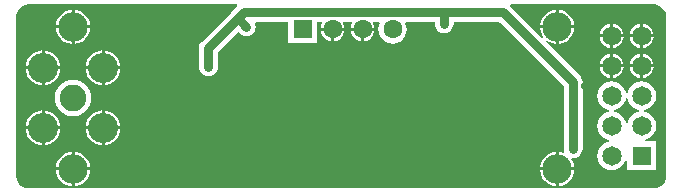
<source format=gbl>
G04*
G04 #@! TF.GenerationSoftware,Altium Limited,Altium Designer,20.0.13 (296)*
G04*
G04 Layer_Physical_Order=2*
G04 Layer_Color=16711680*
%FSLAX25Y25*%
%MOIN*%
G70*
G01*
G75*
%ADD49C,0.09843*%
%ADD50C,0.06496*%
%ADD51R,0.06496X0.06496*%
%ADD52C,0.06299*%
%ADD53R,0.06299X0.06299*%
%ADD54C,0.08858*%
%ADD55C,0.10039*%
%ADD56C,0.02756*%
%ADD57C,0.03150*%
G36*
X478468Y400020D02*
X479232Y399704D01*
X479920Y399244D01*
X480504Y398660D01*
X480964Y397972D01*
X481280Y397208D01*
X481441Y396398D01*
Y395984D01*
Y343071D01*
Y342657D01*
X481280Y341847D01*
X480964Y341083D01*
X480504Y340395D01*
X479920Y339811D01*
X479232Y339351D01*
X478468Y339035D01*
X477657Y338874D01*
X268642D01*
X267831Y339035D01*
X267067Y339351D01*
X266380Y339811D01*
X265795Y340395D01*
X265336Y341083D01*
X265019Y341846D01*
X264858Y342657D01*
Y343071D01*
Y395984D01*
Y396398D01*
X265019Y397208D01*
X265336Y397972D01*
X265795Y398660D01*
X266380Y399244D01*
X267067Y399704D01*
X267831Y400020D01*
X268642Y400181D01*
X338289D01*
X338496Y399681D01*
X336277Y397463D01*
X326651Y387837D01*
X326147Y387179D01*
X325829Y386413D01*
X325721Y385591D01*
Y379488D01*
X325829Y378666D01*
X326147Y377900D01*
X326651Y377242D01*
X327309Y376737D01*
X328075Y376420D01*
X328898Y376311D01*
X329720Y376420D01*
X330486Y376737D01*
X331144Y377242D01*
X331649Y377900D01*
X331966Y378666D01*
X332074Y379488D01*
Y384275D01*
X338799Y391000D01*
X339289Y390510D01*
X339947Y390005D01*
X340713Y389687D01*
X341535Y389579D01*
X342358Y389687D01*
X343124Y390005D01*
X343782Y390510D01*
X344287Y391167D01*
X344604Y391934D01*
X344712Y392756D01*
X344604Y393578D01*
X344462Y393922D01*
X344796Y394422D01*
X355591D01*
Y387205D01*
X365039D01*
Y394422D01*
X366700D01*
X366921Y393973D01*
X366876Y393915D01*
X366479Y392957D01*
X366410Y392429D01*
X374220D01*
X374151Y392957D01*
X373754Y393915D01*
X373709Y393973D01*
X373930Y394422D01*
X376700D01*
X376921Y393973D01*
X376876Y393915D01*
X376479Y392957D01*
X376410Y392429D01*
X384220D01*
X384151Y392957D01*
X383754Y393915D01*
X383709Y393973D01*
X383930Y394422D01*
X385693D01*
X386027Y393922D01*
X385712Y393162D01*
X385550Y391929D01*
X385712Y390696D01*
X386188Y389546D01*
X386946Y388560D01*
X387932Y387802D01*
X389082Y387326D01*
X390315Y387164D01*
X391548Y387326D01*
X392698Y387802D01*
X393684Y388560D01*
X394442Y389546D01*
X394918Y390696D01*
X395080Y391929D01*
X394918Y393162D01*
X394603Y393922D01*
X394937Y394422D01*
X404343D01*
Y393779D01*
X404451Y392957D01*
X404769Y392191D01*
X405273Y391533D01*
X405931Y391028D01*
X406698Y390711D01*
X407520Y390603D01*
X408342Y390711D01*
X409108Y391028D01*
X409766Y391533D01*
X410271Y392191D01*
X410588Y392957D01*
X410697Y393779D01*
Y394422D01*
X425849D01*
X447296Y372975D01*
Y352165D01*
X447404Y351343D01*
X447495Y351122D01*
X447113Y350740D01*
X446687Y350916D01*
X445697Y351046D01*
Y345854D01*
X450889D01*
X450759Y346845D01*
X450183Y348233D01*
X449937Y348555D01*
X450207Y349024D01*
X450472Y348989D01*
X451295Y349097D01*
X452061Y349414D01*
X452719Y349919D01*
X453224Y350577D01*
X453541Y351343D01*
X453649Y352165D01*
Y374291D01*
X453541Y375114D01*
X453224Y375880D01*
X452719Y376538D01*
X441456Y387801D01*
X441786Y388178D01*
X442318Y387769D01*
X443707Y387194D01*
X444697Y387064D01*
Y392256D01*
X439505D01*
X439635Y391266D01*
X440210Y389877D01*
X440619Y389345D01*
X440242Y389015D01*
X429575Y399681D01*
X429782Y400181D01*
X477658D01*
X478468Y400020D01*
D02*
G37*
%LPC*%
G36*
X445697Y398448D02*
Y393256D01*
X450889D01*
X450759Y394246D01*
X450183Y395635D01*
X449268Y396827D01*
X448076Y397742D01*
X446687Y398318D01*
X445697Y398448D01*
D02*
G37*
G36*
X444697D02*
X443707Y398318D01*
X442318Y397742D01*
X441125Y396827D01*
X440210Y395635D01*
X439635Y394246D01*
X439505Y393256D01*
X444697D01*
Y398448D01*
D02*
G37*
G36*
X284279D02*
Y393256D01*
X289472D01*
X289341Y394246D01*
X288766Y395635D01*
X287851Y396827D01*
X286659Y397742D01*
X285270Y398318D01*
X284279Y398448D01*
D02*
G37*
G36*
X283279D02*
X282289Y398318D01*
X280901Y397742D01*
X279708Y396827D01*
X278793Y395635D01*
X278218Y394246D01*
X278087Y393256D01*
X283279D01*
Y398448D01*
D02*
G37*
G36*
X473807Y393729D02*
Y390224D01*
X477312D01*
X477239Y390778D01*
X476832Y391759D01*
X476185Y392602D01*
X475342Y393249D01*
X474361Y393656D01*
X473807Y393729D01*
D02*
G37*
G36*
X463807D02*
Y390224D01*
X467311D01*
X467239Y390778D01*
X466832Y391759D01*
X466185Y392602D01*
X465342Y393249D01*
X464361Y393656D01*
X463807Y393729D01*
D02*
G37*
G36*
X472807Y393729D02*
X472254Y393656D01*
X471272Y393249D01*
X470429Y392602D01*
X469782Y391759D01*
X469376Y390778D01*
X469303Y390224D01*
X472807D01*
Y393729D01*
D02*
G37*
G36*
X462807D02*
X462254Y393656D01*
X461272Y393249D01*
X460429Y392602D01*
X459782Y391759D01*
X459375Y390778D01*
X459303Y390224D01*
X462807D01*
Y393729D01*
D02*
G37*
G36*
X384220Y391429D02*
X380815D01*
Y388024D01*
X381343Y388093D01*
X382300Y388490D01*
X383123Y389121D01*
X383754Y389944D01*
X384151Y390901D01*
X384220Y391429D01*
D02*
G37*
G36*
X379815D02*
X376410D01*
X376479Y390901D01*
X376876Y389944D01*
X377507Y389121D01*
X378329Y388490D01*
X379287Y388093D01*
X379815Y388024D01*
Y391429D01*
D02*
G37*
G36*
X374220D02*
X370815D01*
Y388024D01*
X371343Y388093D01*
X372300Y388490D01*
X373123Y389121D01*
X373754Y389944D01*
X374151Y390901D01*
X374220Y391429D01*
D02*
G37*
G36*
X369815D02*
X366410D01*
X366479Y390901D01*
X366876Y389944D01*
X367507Y389121D01*
X368330Y388490D01*
X369287Y388093D01*
X369815Y388024D01*
Y391429D01*
D02*
G37*
G36*
X450889Y392256D02*
X445697D01*
Y387064D01*
X446687Y387194D01*
X448076Y387769D01*
X449268Y388685D01*
X450183Y389877D01*
X450759Y391266D01*
X450889Y392256D01*
D02*
G37*
G36*
X289472D02*
X284279D01*
Y387064D01*
X285270Y387194D01*
X286659Y387769D01*
X287851Y388685D01*
X288766Y389877D01*
X289341Y391266D01*
X289472Y392256D01*
D02*
G37*
G36*
X283279D02*
X278087D01*
X278218Y391266D01*
X278793Y389877D01*
X279708Y388685D01*
X280901Y387769D01*
X282289Y387194D01*
X283279Y387064D01*
Y392256D01*
D02*
G37*
G36*
X472807Y389224D02*
X469303D01*
X469376Y388671D01*
X469782Y387689D01*
X470429Y386846D01*
X471272Y386199D01*
X472254Y385793D01*
X472807Y385720D01*
Y389224D01*
D02*
G37*
G36*
X462807D02*
X459303D01*
X459375Y388671D01*
X459782Y387689D01*
X460429Y386846D01*
X461272Y386199D01*
X462254Y385793D01*
X462807Y385720D01*
Y389224D01*
D02*
G37*
G36*
X477312D02*
X473807D01*
Y385720D01*
X474361Y385793D01*
X475342Y386199D01*
X476185Y386846D01*
X476832Y387689D01*
X477239Y388671D01*
X477312Y389224D01*
D02*
G37*
G36*
X467311D02*
X463807D01*
Y385720D01*
X464361Y385793D01*
X465342Y386199D01*
X466185Y386846D01*
X466832Y387689D01*
X467239Y388671D01*
X467311Y389224D01*
D02*
G37*
G36*
X473807Y383729D02*
Y380224D01*
X477312D01*
X477239Y380778D01*
X476832Y381760D01*
X476185Y382603D01*
X475342Y383249D01*
X474361Y383656D01*
X473807Y383729D01*
D02*
G37*
G36*
X463807D02*
Y380224D01*
X467311D01*
X467239Y380778D01*
X466832Y381760D01*
X466185Y382603D01*
X465342Y383249D01*
X464361Y383656D01*
X463807Y383729D01*
D02*
G37*
G36*
X472807Y383729D02*
X472254Y383656D01*
X471272Y383249D01*
X470429Y382603D01*
X469782Y381760D01*
X469376Y380778D01*
X469303Y380224D01*
X472807D01*
Y383729D01*
D02*
G37*
G36*
X462807D02*
X462254Y383656D01*
X461272Y383249D01*
X460429Y382603D01*
X459782Y381760D01*
X459375Y380778D01*
X459303Y380224D01*
X462807D01*
Y383729D01*
D02*
G37*
G36*
X274279Y384841D02*
Y379555D01*
X279566D01*
X279503Y380193D01*
X279170Y381288D01*
X278631Y382297D01*
X277906Y383181D01*
X277021Y383907D01*
X276013Y384446D01*
X274918Y384778D01*
X274279Y384841D01*
D02*
G37*
G36*
X294280D02*
Y379555D01*
X299566D01*
X299503Y380193D01*
X299170Y381288D01*
X298631Y382297D01*
X297906Y383181D01*
X297021Y383907D01*
X296013Y384446D01*
X294918Y384778D01*
X294280Y384841D01*
D02*
G37*
G36*
X273280Y384841D02*
X272641Y384778D01*
X271547Y384446D01*
X270538Y383907D01*
X269653Y383181D01*
X268928Y382297D01*
X268389Y381288D01*
X268057Y380193D01*
X267994Y379555D01*
X273280D01*
Y384841D01*
D02*
G37*
G36*
X293280D02*
X292641Y384778D01*
X291547Y384446D01*
X290538Y383907D01*
X289653Y383181D01*
X288928Y382297D01*
X288388Y381288D01*
X288056Y380193D01*
X287994Y379555D01*
X293280D01*
Y384841D01*
D02*
G37*
G36*
X472807Y379224D02*
X469303D01*
X469376Y378671D01*
X469782Y377689D01*
X470429Y376846D01*
X471272Y376200D01*
X472254Y375793D01*
X472807Y375720D01*
Y379224D01*
D02*
G37*
G36*
X462807D02*
X459303D01*
X459375Y378671D01*
X459782Y377689D01*
X460429Y376846D01*
X461272Y376200D01*
X462254Y375793D01*
X462807Y375720D01*
Y379224D01*
D02*
G37*
G36*
X477312D02*
X473807D01*
Y375720D01*
X474361Y375793D01*
X475342Y376200D01*
X476185Y376846D01*
X476832Y377689D01*
X477239Y378671D01*
X477312Y379224D01*
D02*
G37*
G36*
X467311D02*
X463807D01*
Y375720D01*
X464361Y375793D01*
X465342Y376200D01*
X466185Y376846D01*
X466832Y377689D01*
X467239Y378671D01*
X467311Y379224D01*
D02*
G37*
G36*
X293280Y378555D02*
X287994D01*
X288056Y377917D01*
X288388Y376822D01*
X288928Y375813D01*
X289653Y374929D01*
X290538Y374203D01*
X291547Y373664D01*
X292641Y373332D01*
X293280Y373269D01*
Y378555D01*
D02*
G37*
G36*
X273280D02*
X267994D01*
X268057Y377917D01*
X268389Y376822D01*
X268928Y375813D01*
X269653Y374929D01*
X270538Y374203D01*
X271547Y373664D01*
X272641Y373332D01*
X273280Y373269D01*
Y378555D01*
D02*
G37*
G36*
X299566D02*
X294280D01*
Y373269D01*
X294918Y373332D01*
X296013Y373664D01*
X297021Y374203D01*
X297906Y374929D01*
X298631Y375813D01*
X299170Y376822D01*
X299503Y377917D01*
X299566Y378555D01*
D02*
G37*
G36*
X279566D02*
X274279D01*
Y373269D01*
X274918Y373332D01*
X276013Y373664D01*
X277021Y374203D01*
X277906Y374929D01*
X278631Y375813D01*
X279170Y376822D01*
X279503Y377917D01*
X279566Y378555D01*
D02*
G37*
G36*
X473307Y374589D02*
X472048Y374423D01*
X470875Y373937D01*
X469867Y373164D01*
X469094Y372157D01*
X468608Y370983D01*
X468559Y370610D01*
X468055D01*
X468006Y370983D01*
X467520Y372157D01*
X466747Y373164D01*
X465739Y373937D01*
X464566Y374423D01*
X463307Y374589D01*
X462048Y374423D01*
X460875Y373937D01*
X459867Y373164D01*
X459094Y372157D01*
X458608Y370983D01*
X458443Y369724D01*
X458608Y368465D01*
X459094Y367292D01*
X459867Y366285D01*
X460875Y365512D01*
X462048Y365026D01*
X462421Y364977D01*
Y364472D01*
X462048Y364423D01*
X460875Y363937D01*
X459867Y363164D01*
X459094Y362157D01*
X458608Y360983D01*
X458443Y359724D01*
X458608Y358465D01*
X459094Y357292D01*
X459867Y356285D01*
X460875Y355512D01*
X462048Y355026D01*
X462421Y354977D01*
Y354472D01*
X462048Y354423D01*
X460875Y353937D01*
X459867Y353164D01*
X459094Y352157D01*
X458608Y350983D01*
X458443Y349724D01*
X458608Y348465D01*
X459094Y347292D01*
X459867Y346285D01*
X460875Y345512D01*
X462048Y345026D01*
X463307Y344860D01*
X464566Y345026D01*
X465739Y345512D01*
X466747Y346285D01*
X467520Y347292D01*
X468006Y348465D01*
X468484Y348370D01*
Y344902D01*
X478130D01*
Y354547D01*
X474661D01*
X474566Y355026D01*
X475739Y355512D01*
X476747Y356285D01*
X477520Y357292D01*
X478006Y358465D01*
X478171Y359724D01*
X478006Y360983D01*
X477520Y362157D01*
X476747Y363164D01*
X475739Y363937D01*
X474566Y364423D01*
X474193Y364472D01*
Y364977D01*
X474566Y365026D01*
X475739Y365512D01*
X476747Y366285D01*
X477520Y367292D01*
X478006Y368465D01*
X478171Y369724D01*
X478006Y370983D01*
X477520Y372157D01*
X476747Y373164D01*
X475739Y373937D01*
X474566Y374423D01*
X473307Y374589D01*
D02*
G37*
G36*
X283780Y375088D02*
X282603Y374972D01*
X281471Y374629D01*
X280428Y374071D01*
X279514Y373321D01*
X278763Y372407D01*
X278206Y371364D01*
X277863Y370232D01*
X277747Y369055D01*
X277863Y367878D01*
X278206Y366746D01*
X278763Y365703D01*
X279514Y364789D01*
X280428Y364039D01*
X281471Y363481D01*
X282603Y363138D01*
X283780Y363022D01*
X284957Y363138D01*
X286088Y363481D01*
X287131Y364039D01*
X288046Y364789D01*
X288796Y365703D01*
X289353Y366746D01*
X289697Y367878D01*
X289812Y369055D01*
X289697Y370232D01*
X289353Y371364D01*
X288796Y372407D01*
X288046Y373321D01*
X287131Y374071D01*
X286088Y374629D01*
X284957Y374972D01*
X283780Y375088D01*
D02*
G37*
G36*
X274279Y364841D02*
Y359555D01*
X279566D01*
X279503Y360193D01*
X279170Y361288D01*
X278631Y362297D01*
X277906Y363181D01*
X277021Y363907D01*
X276013Y364446D01*
X274918Y364778D01*
X274279Y364841D01*
D02*
G37*
G36*
X294280D02*
Y359555D01*
X299566D01*
X299503Y360193D01*
X299170Y361288D01*
X298631Y362297D01*
X297906Y363181D01*
X297021Y363907D01*
X296013Y364446D01*
X294918Y364778D01*
X294280Y364841D01*
D02*
G37*
G36*
X273280Y364841D02*
X272641Y364778D01*
X271547Y364446D01*
X270538Y363907D01*
X269653Y363181D01*
X268928Y362297D01*
X268389Y361288D01*
X268057Y360193D01*
X267994Y359555D01*
X273280D01*
Y364841D01*
D02*
G37*
G36*
X293280D02*
X292641Y364778D01*
X291547Y364446D01*
X290538Y363907D01*
X289653Y363181D01*
X288928Y362297D01*
X288388Y361288D01*
X288056Y360193D01*
X287994Y359555D01*
X293280D01*
Y364841D01*
D02*
G37*
G36*
Y358555D02*
X287994D01*
X288056Y357917D01*
X288388Y356822D01*
X288928Y355813D01*
X289653Y354929D01*
X290538Y354203D01*
X291547Y353664D01*
X292641Y353332D01*
X293280Y353269D01*
Y358555D01*
D02*
G37*
G36*
X273280D02*
X267994D01*
X268057Y357917D01*
X268389Y356822D01*
X268928Y355813D01*
X269653Y354929D01*
X270538Y354203D01*
X271547Y353664D01*
X272641Y353332D01*
X273280Y353269D01*
Y358555D01*
D02*
G37*
G36*
X299566D02*
X294280D01*
Y353269D01*
X294918Y353332D01*
X296013Y353664D01*
X297021Y354203D01*
X297906Y354929D01*
X298631Y355813D01*
X299170Y356822D01*
X299503Y357917D01*
X299566Y358555D01*
D02*
G37*
G36*
X279566D02*
X274279D01*
Y353269D01*
X274918Y353332D01*
X276013Y353664D01*
X277021Y354203D01*
X277906Y354929D01*
X278631Y355813D01*
X279170Y356822D01*
X279503Y357917D01*
X279566Y358555D01*
D02*
G37*
G36*
X444697Y351046D02*
X443707Y350916D01*
X442318Y350341D01*
X441125Y349426D01*
X440210Y348233D01*
X439635Y346845D01*
X439505Y345854D01*
X444697D01*
Y351046D01*
D02*
G37*
G36*
X284279D02*
Y345854D01*
X289472D01*
X289341Y346845D01*
X288766Y348233D01*
X287851Y349426D01*
X286659Y350341D01*
X285270Y350916D01*
X284279Y351046D01*
D02*
G37*
G36*
X283279D02*
X282289Y350916D01*
X280901Y350341D01*
X279708Y349426D01*
X278793Y348233D01*
X278218Y346845D01*
X278087Y345854D01*
X283279D01*
Y351046D01*
D02*
G37*
G36*
X450889Y344854D02*
X445697D01*
Y339662D01*
X446687Y339793D01*
X448076Y340368D01*
X449268Y341283D01*
X450183Y342475D01*
X450759Y343864D01*
X450889Y344854D01*
D02*
G37*
G36*
X444697D02*
X439505D01*
X439635Y343864D01*
X440210Y342475D01*
X441125Y341283D01*
X442318Y340368D01*
X443707Y339793D01*
X444697Y339662D01*
Y344854D01*
D02*
G37*
G36*
X289472D02*
X284279D01*
Y339662D01*
X285270Y339793D01*
X286659Y340368D01*
X287851Y341283D01*
X288766Y342475D01*
X289341Y343864D01*
X289472Y344854D01*
D02*
G37*
G36*
X283279D02*
X278087D01*
X278218Y343864D01*
X278793Y342475D01*
X279708Y341283D01*
X280901Y340368D01*
X282289Y339793D01*
X283279Y339662D01*
Y344854D01*
D02*
G37*
%LPD*%
G36*
X468608Y368465D02*
X469094Y367292D01*
X469867Y366285D01*
X470875Y365512D01*
X472048Y365026D01*
X472421Y364977D01*
Y364472D01*
X472048Y364423D01*
X470875Y363937D01*
X469867Y363164D01*
X469094Y362157D01*
X468608Y360983D01*
X468559Y360610D01*
X468055D01*
X468006Y360983D01*
X467520Y362157D01*
X466747Y363164D01*
X465739Y363937D01*
X464566Y364423D01*
X464193Y364472D01*
Y364977D01*
X464566Y365026D01*
X465739Y365512D01*
X466747Y366285D01*
X467520Y367292D01*
X468006Y368465D01*
X468055Y368839D01*
X468559D01*
X468608Y368465D01*
D02*
G37*
D49*
X445197Y345354D02*
D03*
Y392756D02*
D03*
X283780D02*
D03*
Y345354D02*
D03*
D50*
X463307Y389724D02*
D03*
Y379724D02*
D03*
X473307Y389724D02*
D03*
Y379724D02*
D03*
X463307Y369724D02*
D03*
X473307D02*
D03*
X463307Y349724D02*
D03*
X473307Y359724D02*
D03*
X463307D02*
D03*
D51*
X473307Y349724D02*
D03*
D52*
X370315Y391929D02*
D03*
X380315D02*
D03*
X390315D02*
D03*
D53*
X360315D02*
D03*
D54*
X283780Y369055D02*
D03*
D55*
X293779Y379055D02*
D03*
X273780D02*
D03*
Y359055D02*
D03*
X293779D02*
D03*
D56*
X360512Y377953D02*
D03*
Y361221D02*
D03*
X323031Y378031D02*
D03*
X456457Y357677D02*
D03*
X419803Y361024D02*
D03*
X402480D02*
D03*
X401811Y381575D02*
D03*
X342480Y386496D02*
D03*
X303583Y361024D02*
D03*
X314724D02*
D03*
X393701D02*
D03*
X454606Y372992D02*
D03*
X439370Y362441D02*
D03*
X380197Y361024D02*
D03*
X340866D02*
D03*
X323346D02*
D03*
X407520Y393779D02*
D03*
X341535Y392756D02*
D03*
X328898Y379488D02*
D03*
X450472Y352165D02*
D03*
D57*
X340905Y397598D02*
X407520D01*
X338524Y395216D02*
X340905Y397598D01*
X407520D02*
X427165D01*
X407520Y393779D02*
Y397598D01*
X427165D02*
X450472Y374291D01*
Y352165D02*
Y374291D01*
X328898Y385591D02*
X338524Y395216D01*
X339075D01*
X341535Y392756D01*
X328898Y379488D02*
Y385591D01*
M02*

</source>
